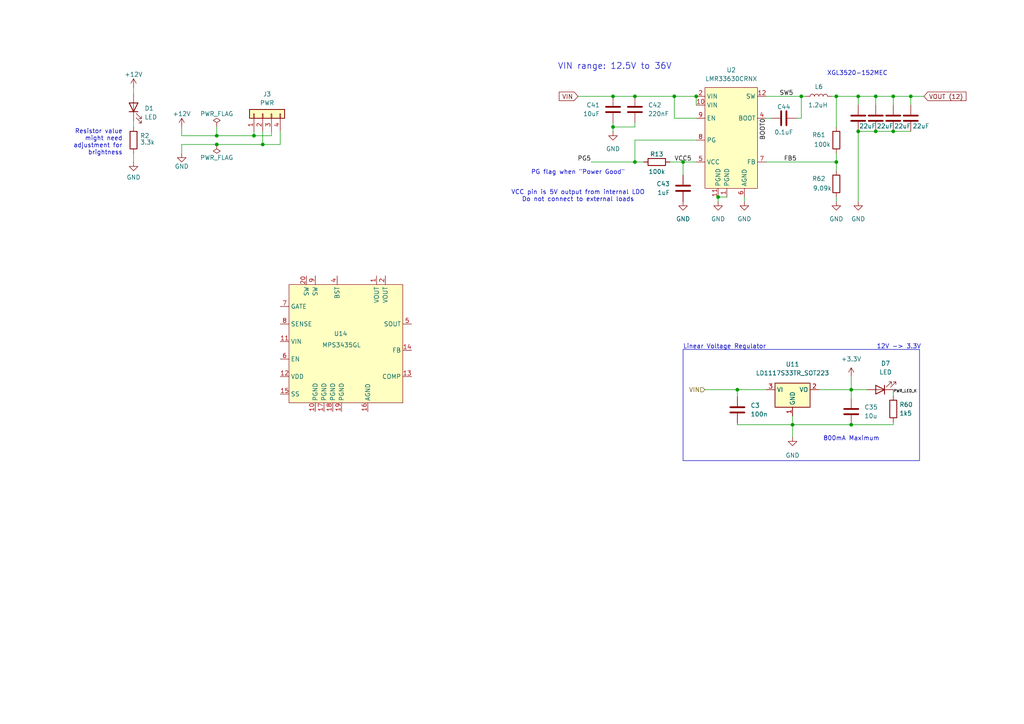
<source format=kicad_sch>
(kicad_sch (version 20250114) (generator "eeschema") (generator_version "9.0")
  (paper "A4")
  (lib_symbols
    (symbol "Connector_Generic:Conn_01x04" (pin_names (offset 1.016) (hide yes))
      (property "Reference" "J" (at 0 5.08 0))
      (property "Value" "Conn_01x04" (at 0 -7.62 0))
      (symbol "Conn_01x04_1_1"
        (rectangle (start -1.27 3.81) (end 1.27 -6.35) (stroke (width 0.254)) (fill (type background)))
        (rectangle (start -1.27 2.667) (end 0 2.413) (stroke (width 0.1524)))
        (rectangle (start -1.27 0.127) (end 0 -0.127) (stroke (width 0.1524)))
        (rectangle (start -1.27 -2.413) (end 0 -2.667) (stroke (width 0.1524)))
        (rectangle (start -1.27 -4.953) (end 0 -5.207) (stroke (width 0.1524)))
        (pin passive line (at -5.08 2.54 0) (length 3.81) (name "Pin_1") (number "1"))
        (pin passive line (at -5.08 0 0) (length 3.81) (name "Pin_2") (number "2"))
        (pin passive line (at -5.08 -2.54 0) (length 3.81) (name "Pin_3") (number "3"))
        (pin passive line (at -5.08 -5.08 0) (length 3.81) (name "Pin_4") (number "4"))
      )
    )
    (symbol "Device:C" (pin_numbers (hide yes)) (pin_names (offset 0.254))
      (property "Reference" "C" (at 0.635 2.54 0))
      (property "Value" "C" (at 0.635 -2.54 0))
      (symbol "C_0_1"
        (polyline (pts (xy -2.032 0.762) (xy 2.032 0.762)) (stroke (width 0.508)))
        (polyline (pts (xy -2.032 -0.762) (xy 2.032 -0.762)) (stroke (width 0.508)))
      )
      (symbol "C_1_1"
        (pin passive line (at 0 3.81 270) (length 2.794) (name "~") (number "1"))
        (pin passive line (at 0 -3.81 90) (length 2.794) (name "~") (number "2"))
      )
    )
    (symbol "Device:L" (pin_numbers (hide yes)) (pin_names (offset 1.016) (hide yes))
      (property "Reference" "L" (at -1.27 0 90))
      (property "Value" "L" (at 1.905 0 90))
      (symbol "L_0_1"
        (arc (start 0 2.54) (mid 0.6323 1.905) (end 0 1.27))
        (arc (start 0 1.27) (mid 0.6323 0.635) (end 0 0))
        (arc (start 0 0) (mid 0.6323 -0.635) (end 0 -1.27))
        (arc (start 0 -1.27) (mid 0.6323 -1.905) (end 0 -2.54))
      )
      (symbol "L_1_1"
        (pin passive line (at 0 3.81 270) (length 1.27) (name "1") (number "1"))
        (pin passive line (at 0 -3.81 90) (length 1.27) (name "2") (number "2"))
      )
    )
    (symbol "Device:LED" (pin_numbers (hide yes)) (pin_names (offset 1.016) (hide yes))
      (property "Reference" "D" (at 0 2.54 0))
      (property "Value" "LED" (at 0 -2.54 0))
      (symbol "LED_0_1"
        (polyline (pts (xy -3.048 -0.762) (xy -4.572 -2.286) (xy -3.81 -2.286) (xy -4.572 -2.286) (xy -4.572 -1.524)))
        (polyline (pts (xy -1.778 -0.762) (xy -3.302 -2.286) (xy -2.54 -2.286) (xy -3.302 -2.286) (xy -3.302 -1.524)))
        (polyline (pts (xy -1.27 0) (xy 1.27 0)))
        (polyline (pts (xy -1.27 -1.27) (xy -1.27 1.27)) (stroke (width 0.254)))
        (polyline (pts (xy 1.27 -1.27) (xy 1.27 1.27) (xy -1.27 0) (xy 1.27 -1.27)) (stroke (width 0.254)))
      )
      (symbol "LED_1_1"
        (pin passive line (at -3.81 0 0) (length 2.54) (name "K") (number "1"))
        (pin passive line (at 3.81 0 180) (length 2.54) (name "A") (number "2"))
      )
    )
    (symbol "Device:R" (pin_numbers (hide yes)) (pin_names (offset 0))
      (property "Reference" "R" (at 2.032 0 90))
      (property "Value" "R" (at 0 0 90))
      (symbol "R_0_1"
        (rectangle (start -1.016 -2.54) (end 1.016 2.54) (stroke (width 0.254)))
      )
      (symbol "R_1_1"
        (pin passive line (at 0 3.81 270) (length 1.27) (name "~") (number "1"))
        (pin passive line (at 0 -3.81 90) (length 1.27) (name "~") (number "2"))
      )
    )
    (symbol "Regulator_Linear:LD1117S33TR_SOT223"
      (property "Reference" "U" (at -3.81 3.175 0))
      (property "Value" "LD1117S33TR_SOT223" (at 0 3.175 0))
      (symbol "LD1117S33TR_SOT223_0_1"
        (rectangle (start -5.08 -5.08) (end 5.08 1.905) (stroke (width 0.254)) (fill (type background)))
      )
      (symbol "LD1117S33TR_SOT223_1_1"
        (pin power_in line (at -7.62 0 0) (length 2.54) (name "VI") (number "3"))
        (pin power_in line (at 0 -7.62 90) (length 2.54) (name "GND") (number "1"))
        (pin power_out line (at 7.62 0 180) (length 2.54) (name "VO") (number "2"))
      )
    )
    (symbol "SR-Symbol-Library:LMR33630CRNX"
      (property "Reference" "U" (at 0 15.494 0))
      (property "Value" "LMR33630CRNX" (at -0.254 12.7 0))
      (symbol "LMR33630CRNX_0_1"
        (rectangle (start -7.62 11.43) (end 7.62 -17.78) (fill (type background)))
      )
      (symbol "LMR33630CRNX_1_1"
        (pin power_in line (at -10.16 8.89 0) (length 2.54) (name "VIN") (number "2"))
        (pin power_in line (at -10.16 6.35 0) (length 2.54) (name "VIN") (number "10"))
        (pin passive line (at -10.16 2.54 0) (length 2.54) (name "EN") (number "9"))
        (pin passive line (at -10.16 -3.81 0) (length 2.54) (name "PG") (number "8"))
        (pin passive line (at -10.16 -10.16 0) (length 2.54) (name "VCC") (number "5"))
        (pin power_in line (at -3.81 -20.32 90) (length 2.54) (name "PGND") (number "11"))
        (pin power_in line (at -1.27 -20.32 90) (length 2.54) (name "PGND") (number "1"))
        (pin power_in line (at 3.81 -20.32 90) (length 2.54) (name "AGND") (number "6"))
        (pin passive line (at 10.16 8.89 180) (length 2.54) (name "SW") (number "12"))
        (pin passive line (at 10.16 2.54 180) (length 2.54) (name "BOOT") (number "4"))
        (pin passive line (at 10.16 -3.81 180) (length 2.54) (hide yes) (name "NC") (number "3"))
        (pin passive line (at 10.16 -10.16 180) (length 2.54) (name "FB") (number "7"))
      )
    )
    (symbol "SUFST:MP3435GL"
      (property "Reference" "U" (at 5.08 0 0))
      (property "Value" "MPS3435GL" (at 5.08 -4.826 0))
      (symbol "MP3435GL_0_1"
        (rectangle (start -11.43 12.7) (end 21.59 -21.59) (fill (type background)))
      )
      (symbol "MP3435GL_1_1"
        (pin passive line (at -13.97 6.35 0) (length 2.54) (name "GATE") (number "7"))
        (pin passive line (at -13.97 1.27 0) (length 2.54) (name "SENSE") (number "8"))
        (pin passive line (at -13.97 -3.81 0) (length 2.54) (name "VIN") (number "11"))
        (pin passive line (at -13.97 -8.89 0) (length 2.54) (name "EN") (number "6"))
        (pin passive line (at -13.97 -13.97 0) (length 2.54) (name "VDD") (number "12"))
        (pin passive line (at -13.97 -19.05 0) (length 2.54) (name "SS") (number "15"))
        (pin passive line (at -6.35 15.24 270) (length 2.54) (name "SW") (number "20"))
        (pin passive line (at -3.81 15.24 270) (length 2.54) (name "SW") (number "9"))
        (pin passive line (at -3.81 -24.13 90) (length 2.54) (name "PGND") (number "10"))
        (pin passive line (at -1.27 -24.13 90) (length 2.54) (name "PGND") (number "17"))
        (pin passive line (at 1.27 -24.13 90) (length 2.54) (name "PGND") (number "18"))
        (pin passive line (at 2.54 15.24 270) (length 2.54) (name "BST") (number "4"))
        (pin passive line (at 3.81 -24.13 90) (length 2.54) (name "PGND") (number "19"))
        (pin passive line (at 7.62 15.24 270) (length 2.54) (hide yes) (name "TM") (number "3"))
        (pin passive line (at 11.43 -24.13 90) (length 2.54) (name "AGND") (number "16"))
        (pin passive line (at 13.97 15.24 270) (length 2.54) (name "VOUT") (number "1"))
        (pin passive line (at 16.51 15.24 270) (length 2.54) (name "VOUT") (number "2"))
        (pin passive line (at 24.13 1.27 180) (length 2.54) (name "SOUT") (number "5"))
        (pin passive line (at 24.13 -6.35 180) (length 2.54) (name "FB") (number "14"))
        (pin passive line (at 24.13 -13.97 180) (length 2.54) (name "COMP") (number "13"))
      )
    )
    (symbol "power:+12V" (power) (pin_names (offset 0))
      (property "Value" "+12V" (at 0 3.556 0))
      (symbol "+12V_0_1"
        (polyline (pts (xy -0.762 1.27) (xy 0 2.54)))
        (polyline (pts (xy 0 2.54) (xy 0.762 1.27)))
        (polyline (pts (xy 0 0) (xy 0 2.54)))
      )
      (symbol "+12V_1_1"
        (pin power_in line (at 0 0 90) (length 0) (hide yes) (name "+12V") (number "1"))
      )
    )
    (symbol "power:+3.3V" (power) (pin_names (offset 0))
      (property "Value" "+3.3V" (at 0 3.556 0))
      (symbol "+3.3V_0_1"
        (polyline (pts (xy -0.762 1.27) (xy 0 2.54)))
        (polyline (pts (xy 0 2.54) (xy 0.762 1.27)))
        (polyline (pts (xy 0 0) (xy 0 2.54)))
      )
      (symbol "+3.3V_1_1"
        (pin power_in line (at 0 0 90) (length 0) (hide yes) (name "+3.3V") (number "1"))
      )
    )
    (symbol "power:GND" (power) (pin_names (offset 0))
      (property "Value" "GND" (at 0 -3.81 0))
      (symbol "GND_0_1"
        (polyline (pts (xy 0 0) (xy 0 -1.27) (xy 1.27 -1.27) (xy 0 -2.54) (xy -1.27 -1.27) (xy 0 -1.27)))
      )
      (symbol "GND_1_1"
        (pin power_in line (at 0 0 270) (length 0) (hide yes) (name "GND") (number "1"))
      )
    )
    (symbol "power:PWR_FLAG" (power) (pin_numbers (hide yes)) (pin_names (offset 0) (hide yes))
      (property "Value" "PWR_FLAG" (at 0 3.81 0))
      (symbol "PWR_FLAG_0_0"
        (pin power_out line (at 0 0 90) (length 0) (name "pwr") (number "1"))
      )
      (symbol "PWR_FLAG_0_1"
        (polyline (pts (xy 0 0) (xy 0 1.27) (xy -1.016 1.905) (xy 0 2.54) (xy 1.016 1.905) (xy 0 1.27)))
      )
    )
  )
  (rectangle (start 198.12 101.346) (end 266.7 133.604))
  (text "Linear Voltage Regulator" (at 198.12 101.346 0) (effects (font (size 1.27 1.27)) (justify left bottom)))
  (text "VIN range: 12.5V to 36V" (at 178.308 19.304 0) (effects (font (size 1.778 1.778))))
  (text "12V -> 3.3V" (at 254.254 101.346 0) (effects (font (size 1.27 1.27)) (justify left bottom)))
  (text "XGL3520-152MEC" (at 248.666 21.336 0) (effects (font (size 1.27 1.27))))
  (text "Resistor value\nmight need\nadjustment for\nbrightness\n" (at 35.56 45.085 0) (effects (font (size 1.27 1.27)) (justify right bottom)))
  (text "PG flag when \"Power Good\"\n" (at 167.64 50.038 0) (effects (font (size 1.27 1.27))))
  (text "VCC pin is 5V output from internal LDO\nDo not connect to external loads" (at 167.64 56.896 0) (effects (font (size 1.27 1.27))))
  (text "800mA Maximum" (at 238.76 128.016 0) (effects (font (size 1.27 1.27)) (justify left bottom)))
  (junction (at 259.08 27.94))
  (junction (at 195.58 27.94))
  (junction (at 184.15 46.99))
  (junction (at 232.41 27.94))
  (junction (at 62.865 41.91))
  (junction (at 201.93 27.94))
  (junction (at 73.66 39.37))
  (junction (at 177.8 27.94))
  (junction (at 264.16 27.94))
  (junction (at 254 38.1))
  (junction (at 229.87 123.19))
  (junction (at 246.888 113.03))
  (junction (at 248.92 38.1))
  (junction (at 62.865 39.37))
  (junction (at 76.2 41.91))
  (junction (at 242.57 46.99))
  (junction (at 198.12 46.99))
  (junction (at 184.15 27.94))
  (junction (at 208.28 57.15))
  (junction (at 259.08 38.1))
  (junction (at 213.868 113.03))
  (junction (at 254 27.94))
  (junction (at 242.57 27.94))
  (junction (at 248.92 27.94))
  (junction (at 246.888 123.19))
  (junction (at 177.8 36.83))
  (wire (pts (xy 184.15 40.64) (xy 184.15 46.99)))
  (wire (pts (xy 76.2 41.91) (xy 81.28 41.91)))
  (wire (pts (xy 259.08 27.94) (xy 264.16 27.94)))
  (wire (pts (xy 229.87 123.19) (xy 229.87 120.65)))
  (wire (pts (xy 242.57 58.42) (xy 242.57 57.15)))
  (wire (pts (xy 208.28 57.15) (xy 208.28 58.42)))
  (wire (pts (xy 204.47 113.03) (xy 213.868 113.03)))
  (wire (pts (xy 177.8 38.1) (xy 177.8 36.83)))
  (wire (pts (xy 52.705 41.91) (xy 62.865 41.91)))
  (wire (pts (xy 242.57 27.94) (xy 241.3 27.94)))
  (wire (pts (xy 242.57 27.94) (xy 248.92 27.94)))
  (wire (pts (xy 38.735 44.45) (xy 38.735 46.99)))
  (wire (pts (xy 38.735 25.4) (xy 38.735 27.305)))
  (wire (pts (xy 259.08 27.94) (xy 259.08 30.48)))
  (wire (pts (xy 264.16 27.94) (xy 264.16 30.48)))
  (wire (pts (xy 242.57 46.99) (xy 242.57 49.53)))
  (wire (pts (xy 246.888 113.03) (xy 246.888 115.57)))
  (wire (pts (xy 248.92 58.42) (xy 248.92 38.1)))
  (wire (pts (xy 222.25 46.99) (xy 242.57 46.99)))
  (wire (pts (xy 232.41 34.29) (xy 232.41 27.94)))
  (wire (pts (xy 246.888 113.03) (xy 251.46 113.03)))
  (wire (pts (xy 229.87 126.746) (xy 229.87 123.19)))
  (wire (pts (xy 62.865 41.91) (xy 76.2 41.91)))
  (wire (pts (xy 213.868 113.03) (xy 222.25 113.03)))
  (wire (pts (xy 259.08 38.1) (xy 264.16 38.1)))
  (wire (pts (xy 73.66 39.37) (xy 78.74 39.37)))
  (wire (pts (xy 254 27.94) (xy 254 30.48)))
  (wire (pts (xy 73.66 38.1) (xy 73.66 39.37)))
  (wire (pts (xy 248.92 27.94) (xy 248.92 30.48)))
  (wire (pts (xy 52.705 39.37) (xy 62.865 39.37)))
  (wire (pts (xy 259.08 122.428) (xy 259.08 123.19)))
  (wire (pts (xy 177.8 27.94) (xy 184.15 27.94)))
  (wire (pts (xy 201.93 40.64) (xy 184.15 40.64)))
  (wire (pts (xy 177.8 36.83) (xy 177.8 35.56)))
  (wire (pts (xy 198.12 46.99) (xy 201.93 46.99)))
  (wire (pts (xy 81.28 41.91) (xy 81.28 38.1)))
  (wire (pts (xy 213.868 115.062) (xy 213.868 113.03)))
  (wire (pts (xy 52.705 44.45) (xy 52.705 41.91)))
  (wire (pts (xy 229.87 123.19) (xy 246.888 123.19)))
  (wire (pts (xy 184.15 27.94) (xy 195.58 27.94)))
  (wire (pts (xy 213.868 122.682) (xy 213.868 123.19)))
  (wire (pts (xy 194.31 46.99) (xy 198.12 46.99)))
  (wire (pts (xy 242.57 44.45) (xy 242.57 46.99)))
  (wire (pts (xy 62.865 39.37) (xy 73.66 39.37)))
  (wire (pts (xy 177.8 36.83) (xy 184.15 36.83)))
  (wire (pts (xy 232.41 27.94) (xy 233.68 27.94)))
  (wire (pts (xy 254 38.1) (xy 259.08 38.1)))
  (wire (pts (xy 201.93 27.94) (xy 201.93 30.48)))
  (wire (pts (xy 213.868 123.19) (xy 229.87 123.19)))
  (wire (pts (xy 52.705 36.83) (xy 52.705 39.37)))
  (wire (pts (xy 248.92 38.1) (xy 254 38.1)))
  (wire (pts (xy 201.93 34.29) (xy 195.58 34.29)))
  (wire (pts (xy 171.45 46.99) (xy 184.15 46.99)))
  (wire (pts (xy 38.735 34.925) (xy 38.735 36.83)))
  (wire (pts (xy 246.888 123.19) (xy 259.08 123.19)))
  (wire (pts (xy 195.58 27.94) (xy 201.93 27.94)))
  (wire (pts (xy 198.12 46.99) (xy 198.12 50.8)))
  (wire (pts (xy 264.16 27.94) (xy 267.97 27.94)))
  (wire (pts (xy 259.08 113.03) (xy 259.08 114.808)))
  (wire (pts (xy 184.15 36.83) (xy 184.15 35.56)))
  (wire (pts (xy 62.865 36.83) (xy 62.865 39.37)))
  (wire (pts (xy 246.888 109.22) (xy 246.888 113.03)))
  (wire (pts (xy 223.52 34.29) (xy 222.25 34.29)))
  (wire (pts (xy 167.64 27.94) (xy 177.8 27.94)))
  (wire (pts (xy 237.49 113.03) (xy 246.888 113.03)))
  (wire (pts (xy 222.25 27.94) (xy 232.41 27.94)))
  (wire (pts (xy 231.14 34.29) (xy 232.41 34.29)))
  (wire (pts (xy 195.58 34.29) (xy 195.58 27.94)))
  (wire (pts (xy 208.28 57.15) (xy 210.82 57.15)))
  (wire (pts (xy 78.74 39.37) (xy 78.74 38.1)))
  (wire (pts (xy 215.9 57.15) (xy 215.9 58.42)))
  (wire (pts (xy 254 27.94) (xy 259.08 27.94)))
  (wire (pts (xy 248.92 27.94) (xy 254 27.94)))
  (wire (pts (xy 76.2 38.1) (xy 76.2 41.91)))
  (wire (pts (xy 184.15 46.99) (xy 186.69 46.99)))
  (wire (pts (xy 242.57 36.83) (xy 242.57 27.94)))
  (label "FB5" (at 227.33 46.99 0))
  (label "PG5" (at 171.45 46.99 180))
  (label "PWR_LED_K" (at 259.08 114.046 0) (effects (font (size 0.8 0.8))))
  (label "SW5" (at 226.06 27.94 0))
  (label "VCC5" (at 195.58 46.99 0))
  (label "BOOT0" (at 222.25 34.29 270))
  (global_label "VIN" (shape input) (at 167.64 27.94 180) (property "Intersheetrefs" "${INTERSHEET_REFS}" (effects (hide yes))))
  (global_label "VOUT (12)" (shape input) (at 267.97 27.94 0) (property "Intersheetrefs" "${INTERSHEET_REFS}" (effects (hide yes))))
  (hierarchical_label "VIN" (shape input) (at 204.47 113.03 180))
  (symbol (lib_id "Connector_Generic:Conn_01x04") (at 76.2 33.02 90) (unit 1)
    (property "Reference" "J3" (at 77.47 27.305 90))
    (property "Value" "PWR" (at 77.47 29.845 90))
    (property "Footprint" "Connector_Molex:Molex_Micro-Fit_3.0_43045-0400_2x02_P3.00mm_Horizontal" (effects (hide yes)))
    (property "Optional" "False" (effects (hide yes)))
    (property "Order Code" "538-43045-0400" (effects (hide yes)))
  )
  (symbol (lib_id "Device:C") (at 254 34.29 0) (unit 1)
    (property "Reference" "C46" (effects (hide yes)))
    (property "Value" "22uF" (at 254.254 36.576 0) (effects (justify left)))
    (property "Footprint" "Capacitor_SMD:C_0603_1608Metric" (effects (hide yes)))
    (property "Description" "Unpolarized capacitor" (effects (hide yes)))
  )
  (symbol (lib_id "Device:C") (at 259.08 34.29 0) (unit 1)
    (property "Reference" "C47" (effects (hide yes)))
    (property "Value" "22uF" (at 259.334 36.576 0) (effects (justify left)))
    (property "Footprint" "Capacitor_SMD:C_0603_1608Metric" (effects (hide yes)))
    (property "Description" "Unpolarized capacitor" (effects (hide yes)))
  )
  (symbol (lib_id "power:PWR_FLAG") (at 62.865 36.83 0) (unit 1)
    (property "Reference" "#FLG01" (effects (hide yes)))
    (property "Value" "PWR_FLAG" (at 62.865 33.02 0))
  )
  (symbol (lib_id "Device:R") (at 38.735 40.64 0) (unit 1)
    (property "Reference" "R2" (at 40.64 39.37 0) (effects (justify left)))
    (property "Value" "3.3k" (at 40.64 41.275 0) (effects (justify left)))
    (property "Footprint" "Resistor_SMD:R_0805_2012Metric_Pad1.20x1.40mm_HandSolder" (effects (hide yes)))
    (property "Optional" "False" (effects (hide yes)))
    (property "Supplier" "Mouser" (effects (hide yes)))
  )
  (symbol (lib_id "power:GND") (at 208.28 58.42 0) (unit 1)
    (property "Reference" "#PWR034" (effects (hide yes)))
    (property "Value" "GND" (at 208.28 63.5 0))
    (property "Description" "Power symbol creates a global label with name \"GND\" , ground" (effects (hide yes)))
  )
  (symbol (lib_id "Device:LED") (at 255.27 113.03 180) (unit 1)
    (property "Reference" "D7" (at 256.8575 105.41 0))
    (property "Value" "LED" (at 256.8575 107.95 0))
    (property "Footprint" "LED_SMD:LED_0805_2012Metric_Pad1.15x1.40mm_HandSolder" (effects (hide yes)))
  )
  (symbol (lib_id "Device:R") (at 242.57 40.64 180) (unit 1)
    (property "Reference" "R61" (at 237.49 39.116 0))
    (property "Value" "100k" (at 238.506 41.91 0))
    (property "Footprint" "Resistor_SMD:R_0603_1608Metric" (effects (hide yes)))
    (property "Description" "Resistor" (effects (hide yes)))
  )
  (symbol (lib_id "power:+3.3V") (at 246.888 109.22 0) (unit 1)
    (property "Reference" "#PWR097" (effects (hide yes)))
    (property "Value" "+3.3V" (at 246.888 104.14 0))
  )
  (symbol (lib_id "Device:C") (at 198.12 54.61 0) (mirror y) (unit 1)
    (property "Reference" "C43" (at 194.31 53.3399 0) (effects (justify left)))
    (property "Value" "1uF" (at 194.31 55.8799 0) (effects (justify left)))
    (property "Footprint" "Capacitor_SMD:C_0603_1608Metric" (effects (hide yes)))
    (property "Description" "Unpolarized capacitor" (effects (hide yes)))
  )
  (symbol (lib_id "Regulator_Linear:LD1117S33TR_SOT223") (at 229.87 113.03 0) (unit 1)
    (property "Reference" "U11" (at 229.87 105.664 0))
    (property "Value" "LD1117S33TR_SOT223" (at 229.87 108.204 0))
    (property "Footprint" "Package_TO_SOT_SMD:SOT-223-3_TabPin2" (effects (hide yes)))
    (property "Datasheet" "http://www.st.com/st-web-ui/static/active/en/resource/technical/document/datasheet/CD00000544.pdf" (effects (hide yes)))
    (property "Order Code" "511-LD1117S33" (effects (hide yes)))
  )
  (symbol (lib_id "power:GND") (at 38.735 46.99 0) (unit 1)
    (property "Reference" "#PWR03" (effects (hide yes)))
    (property "Value" "GND" (at 38.735 51.435 0))
  )
  (symbol (lib_id "Device:C") (at 246.888 119.38 0) (unit 1)
    (property "Reference" "C35" (at 250.698 118.11 0) (effects (justify left)))
    (property "Value" "10u" (at 250.698 120.65 0) (effects (justify left)))
    (property "Footprint" "Capacitor_SMD:C_0805_2012Metric_Pad1.18x1.45mm_HandSolder" (effects (hide yes)))
  )
  (symbol (lib_id "Device:R") (at 190.5 46.99 90) (unit 1)
    (property "Reference" "R13" (at 190.5 44.704 90))
    (property "Value" "100k" (at 190.5 49.784 90))
    (property "Footprint" "Resistor_SMD:R_0603_1608Metric" (effects (hide yes)))
    (property "Description" "Resistor" (effects (hide yes)))
  )
  (symbol (lib_id "Device:C") (at 184.15 31.75 0) (unit 1)
    (property "Reference" "C42" (at 187.96 30.4799 0) (effects (justify left)))
    (property "Value" "220nF" (at 187.96 33.0199 0) (effects (justify left)))
    (property "Footprint" "Capacitor_SMD:C_0603_1608Metric" (effects (hide yes)))
    (property "Description" "Unpolarized capacitor" (effects (hide yes)))
  )
  (symbol (lib_id "Device:LED") (at 38.735 31.115 90) (unit 1)
    (property "Reference" "D1" (at 41.91 31.4324 90) (effects (justify right)))
    (property "Value" "LED" (at 41.91 33.9724 90) (effects (justify right)))
    (property "Footprint" "LED_SMD:LED_0805_2012Metric_Pad1.15x1.40mm_HandSolder" (effects (hide yes)))
    (property "Supplier" "Mouser" (effects (hide yes)))
    (property "Order Code" "743-IN-S85CS5R" (effects (hide yes)))
    (property "Optional" "False" (effects (hide yes)))
  )
  (symbol (lib_id "power:GND") (at 248.92 58.42 0) (unit 1)
    (property "Reference" "#PWR033" (effects (hide yes)))
    (property "Value" "GND" (at 248.92 63.5 0))
    (property "Description" "Power symbol creates a global label with name \"GND\" , ground" (effects (hide yes)))
  )
  (symbol (lib_id "power:GND") (at 198.12 58.42 0) (unit 1)
    (property "Reference" "#PWR0102" (effects (hide yes)))
    (property "Value" "GND" (at 198.12 63.5 0))
    (property "Description" "Power symbol creates a global label with name \"GND\" , ground" (effects (hide yes)))
  )
  (symbol (lib_id "Device:C") (at 227.33 34.29 90) (unit 1)
    (property "Reference" "C44" (at 227.33 30.988 90))
    (property "Value" "0.1uF" (at 227.33 38.354 90))
    (property "Footprint" "Capacitor_SMD:C_0603_1608Metric" (effects (hide yes)))
    (property "Description" "Unpolarized capacitor" (effects (hide yes)))
  )
  (symbol (lib_id "power:GND") (at 52.705 44.45 0) (unit 1)
    (property "Reference" "#PWR08" (effects (hide yes)))
    (property "Value" "GND" (at 52.705 48.26 0))
  )
  (symbol (lib_id "Device:C") (at 177.8 31.75 0) (mirror y) (unit 1)
    (property "Reference" "C41" (at 173.99 30.4799 0) (effects (justify left)))
    (property "Value" "10uF" (at 173.99 33.0199 0) (effects (justify left)))
    (property "Footprint" "Capacitor_SMD:C_0603_1608Metric" (effects (hide yes)))
    (property "Description" "Unpolarized capacitor" (effects (hide yes)))
  )
  (symbol (lib_id "power:PWR_FLAG") (at 62.865 41.91 180) (unit 1)
    (property "Reference" "#FLG03" (effects (hide yes)))
    (property "Value" "PWR_FLAG" (at 62.865 45.72 0))
  )
  (symbol (lib_id "power:+12V") (at 52.705 36.83 0) (unit 1)
    (property "Reference" "#PWR07" (effects (hide yes)))
    (property "Value" "+12V" (at 52.705 33.02 0))
  )
  (symbol (lib_id "Device:C") (at 213.868 118.872 0) (unit 1)
    (property "Reference" "C3" (at 217.678 117.602 0) (effects (justify left)))
    (property "Value" "100n" (at 217.678 120.142 0) (effects (justify left)))
    (property "Footprint" "Capacitor_SMD:C_0805_2012Metric_Pad1.18x1.45mm_HandSolder" (effects (hide yes)))
  )
  (symbol (lib_id "Device:C") (at 248.92 34.29 0) (unit 1)
    (property "Reference" "C45" (effects (hide yes)))
    (property "Value" "22uF" (at 249.174 36.576 0) (effects (justify left)))
    (property "Footprint" "Capacitor_SMD:C_0603_1608Metric" (effects (hide yes)))
    (property "Description" "Unpolarized capacitor" (effects (hide yes)))
  )
  (symbol (lib_id "Device:R") (at 259.08 118.618 0) (unit 1)
    (property "Reference" "R60" (at 260.858 117.348 0) (effects (justify left)))
    (property "Value" "1k5" (at 260.858 119.888 0) (effects (justify left)))
    (property "Footprint" "Resistor_SMD:R_0805_2012Metric_Pad1.20x1.40mm_HandSolder" (effects (hide yes)))
  )
  (symbol (lib_id "Device:C") (at 264.16 34.29 0) (unit 1)
    (property "Reference" "C48" (effects (hide yes)))
    (property "Value" "22uF" (at 264.668 36.576 0) (effects (justify left)))
    (property "Footprint" "Capacitor_SMD:C_0603_1608Metric" (effects (hide yes)))
    (property "Description" "Unpolarized capacitor" (effects (hide yes)))
  )
  (symbol (lib_id "power:GND") (at 177.8 38.1 0) (unit 1)
    (property "Reference" "#PWR032" (effects (hide yes)))
    (property "Value" "GND" (at 177.8 43.18 0))
    (property "Description" "Power symbol creates a global label with name \"GND\" , ground" (effects (hide yes)))
  )
  (symbol (lib_id "SR-Symbol-Library:LMR33630CRNX") (at 212.09 36.83 0) (unit 1)
    (property "Reference" "U2" (at 212.09 20.32 0))
    (property "Value" "LMR33630CRNX" (at 212.09 22.86 0))
    (property "Footprint" "LMR33630CRNX" (effects (hide yes)))
    (property "Datasheet" "https://www.ti.com/lit/ds/symlink/lmr33630.pdf?ts=1758090684747&ref_url=https%253A%252F%252Fwww.ti.com%252Fproduct%252FLMR33630" (effects (hide yes)))
  )
  (symbol (lib_id "SUFST:MP3435GL") (at 95.25 95.25 0) (unit 1)
    (property "Reference" "U14" (at 98.806 96.774 0))
    (property "Value" "MPS3435GL" (at 99.06 100.076 0))
    (property "Datasheet" "https://www.monolithicpower.com/en/documentview/productdocument/index/version/2/document_type/Datasheet/lang/en/sku/MP3435GL" (effects (hide yes)))
  )
  (symbol (lib_id "Device:R") (at 242.57 53.34 180) (unit 1)
    (property "Reference" "R62" (at 237.49 51.816 0))
    (property "Value" "9.09k" (at 238.506 54.61 0))
    (property "Footprint" "Resistor_SMD:R_0603_1608Metric" (effects (hide yes)))
    (property "Description" "Resistor" (effects (hide yes)))
  )
  (symbol (lib_id "Device:L") (at 237.49 27.94 90) (unit 1)
    (property "Reference" "L6" (at 237.49 25.146 90))
    (property "Value" "1.2uH" (at 237.236 30.48 90))
    (property "Footprint" "SR-Footprint-Library:XGL3520" (effects (hide yes)))
    (property "Description" "Inductor" (effects (hide yes)))
  )
  (symbol (lib_id "power:GND") (at 229.87 126.746 0) (unit 1)
    (property "Reference" "#PWR096" (effects (hide yes)))
    (property "Value" "GND" (at 229.87 132.08 0))
  )
  (symbol (lib_id "power:GND") (at 242.57 58.42 0) (unit 1)
    (property "Reference" "#PWR0101" (effects (hide yes)))
    (property "Value" "GND" (at 242.57 63.5 0))
    (property "Description" "Power symbol creates a global label with name \"GND\" , ground" (effects (hide yes)))
  )
  (symbol (lib_id "power:+12V") (at 38.735 25.4 0) (unit 1)
    (property "Reference" "#PWR02" (effects (hide yes)))
    (property "Value" "+12V" (at 38.735 21.59 0))
  )
  (symbol (lib_id "power:GND") (at 215.9 58.42 0) (unit 1)
    (property "Reference" "#PWR035" (effects (hide yes)))
    (property "Value" "GND" (at 215.9 63.5 0))
    (property "Description" "Power symbol creates a global label with name \"GND\" , ground" (effects (hide yes)))
  )
)
</source>
